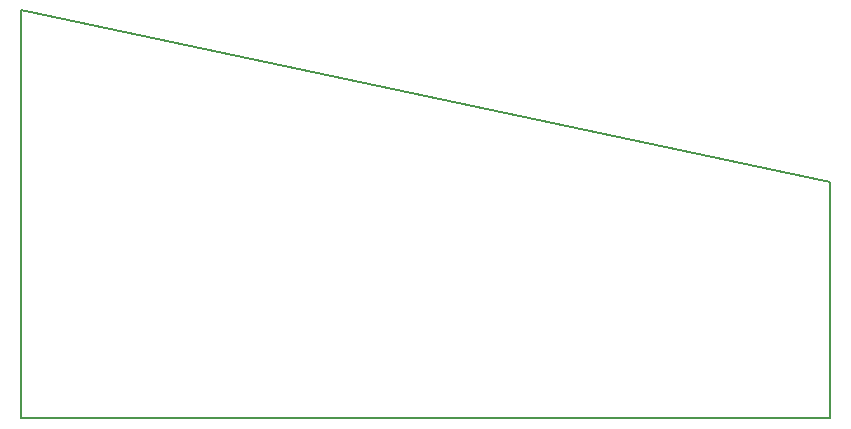
<source format=gbr>
G04 #@! TF.FileFunction,Profile,NP*
%FSLAX46Y46*%
G04 Gerber Fmt 4.6, Leading zero omitted, Abs format (unit mm)*
G04 Created by KiCad (PCBNEW 4.1.0-alpha+201608171232+7063~46~ubuntu14.04.1-product) date Tue Aug 30 16:53:00 2016*
%MOMM*%
%LPD*%
G01*
G04 APERTURE LIST*
%ADD10C,0.600000*%
%ADD11C,0.150000*%
G04 APERTURE END LIST*
D10*
D11*
X175514000Y-99999800D02*
X175514000Y-80010000D01*
X107010200Y-99999800D02*
X107010200Y-65506600D01*
X175514000Y-80010000D02*
X107010200Y-65506600D01*
X107010200Y-99999800D02*
X175514000Y-99999800D01*
M02*

</source>
